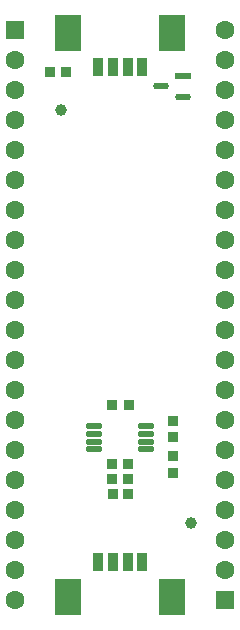
<source format=gbr>
%TF.GenerationSoftware,Altium Limited,Altium Designer,23.10.1 (27)*%
G04 Layer_Color=255*
%FSLAX45Y45*%
%MOMM*%
%TF.SameCoordinates,7A70C931-5BDF-4ABD-901A-901AFED5F3BC*%
%TF.FilePolarity,Positive*%
%TF.FileFunction,Pads,Bot*%
%TF.Part,Single*%
G01*
G75*
%TA.AperFunction,ComponentPad*%
%ADD10C,1.60000*%
%ADD11R,1.60000X1.60000*%
%TA.AperFunction,FiducialPad,Global*%
%ADD13C,1.00000*%
%TA.AperFunction,SMDPad,CuDef*%
%ADD14R,0.95814X0.91213*%
%ADD15R,0.91213X0.95814*%
G04:AMPARAMS|DCode=16|XSize=0.45mm|YSize=1.35mm|CornerRadius=0.0495mm|HoleSize=0mm|Usage=FLASHONLY|Rotation=90.000|XOffset=0mm|YOffset=0mm|HoleType=Round|Shape=RoundedRectangle|*
%AMROUNDEDRECTD16*
21,1,0.45000,1.25100,0,0,90.0*
21,1,0.35100,1.35000,0,0,90.0*
1,1,0.09900,0.62550,0.17550*
1,1,0.09900,0.62550,-0.17550*
1,1,0.09900,-0.62550,-0.17550*
1,1,0.09900,-0.62550,0.17550*
%
%ADD16ROUNDEDRECTD16*%
%ADD17R,0.80650X0.86822*%
%TA.AperFunction,ConnectorPad*%
%ADD18R,0.81280X1.60020*%
%ADD19R,2.20980X3.09880*%
%TA.AperFunction,SMDPad,CuDef*%
G04:AMPARAMS|DCode=20|XSize=1.35872mm|YSize=0.58684mm|CornerRadius=0.29342mm|HoleSize=0mm|Usage=FLASHONLY|Rotation=180.000|XOffset=0mm|YOffset=0mm|HoleType=Round|Shape=RoundedRectangle|*
%AMROUNDEDRECTD20*
21,1,1.35872,0.00000,0,0,180.0*
21,1,0.77188,0.58684,0,0,180.0*
1,1,0.58684,-0.38594,0.00000*
1,1,0.58684,0.38594,0.00000*
1,1,0.58684,0.38594,0.00000*
1,1,0.58684,-0.38594,0.00000*
%
%ADD20ROUNDEDRECTD20*%
%ADD21R,1.35872X0.58684*%
%ADD22R,0.81280X1.60020*%
%ADD23R,2.20980X3.09880*%
%ADD24R,0.95872X0.91213*%
D10*
X889000Y4976500D02*
D03*
Y4722500D02*
D03*
Y4468500D02*
D03*
Y4214500D02*
D03*
Y3960500D02*
D03*
Y3706500D02*
D03*
Y3452500D02*
D03*
Y3198500D02*
D03*
Y2944500D02*
D03*
Y2690500D02*
D03*
Y2436500D02*
D03*
Y2182500D02*
D03*
Y1928500D02*
D03*
Y1674500D02*
D03*
Y1420500D02*
D03*
Y1166500D02*
D03*
Y912500D02*
D03*
Y658500D02*
D03*
Y404500D02*
D03*
X-889000Y150500D02*
D03*
Y404500D02*
D03*
Y658500D02*
D03*
Y912500D02*
D03*
Y1166500D02*
D03*
Y1420500D02*
D03*
Y1674500D02*
D03*
Y1928500D02*
D03*
Y2182500D02*
D03*
Y2436500D02*
D03*
Y2690500D02*
D03*
Y2944500D02*
D03*
Y3198500D02*
D03*
Y3452500D02*
D03*
Y3706500D02*
D03*
Y3960500D02*
D03*
Y4214500D02*
D03*
Y4468500D02*
D03*
Y4722500D02*
D03*
D11*
X889000Y150500D02*
D03*
X-889000Y4976500D02*
D03*
D13*
X600000Y800000D02*
D03*
X-500000Y4300000D02*
D03*
D14*
X70200Y1300000D02*
D03*
X-70200D02*
D03*
X70200Y1175000D02*
D03*
X-70200D02*
D03*
X-454800Y4625000D02*
D03*
X-595199D02*
D03*
D15*
X450000Y1670200D02*
D03*
Y1529801D02*
D03*
Y1370199D02*
D03*
Y1229800D02*
D03*
D16*
X222500Y1622500D02*
D03*
Y1557500D02*
D03*
Y1492500D02*
D03*
Y1427500D02*
D03*
X-222500D02*
D03*
Y1492500D02*
D03*
Y1557500D02*
D03*
Y1622500D02*
D03*
D17*
X62586Y1050000D02*
D03*
X-62586D02*
D03*
D18*
X187500Y469400D02*
D03*
X62500D02*
D03*
X-62500D02*
D03*
X-187500D02*
D03*
D19*
X442500Y179400D02*
D03*
X-442500D02*
D03*
D20*
X347329Y4500000D02*
D03*
X532671Y4408500D02*
D03*
D21*
Y4591500D02*
D03*
D22*
X-187500Y4660600D02*
D03*
X-62500D02*
D03*
X62500D02*
D03*
X187500D02*
D03*
D23*
X-442500Y4950600D02*
D03*
X442500D02*
D03*
D24*
X72671Y1800000D02*
D03*
X-72671D02*
D03*
%TF.MD5,e6e03b0b4b76573efd9a7497c6e04240*%
M02*

</source>
